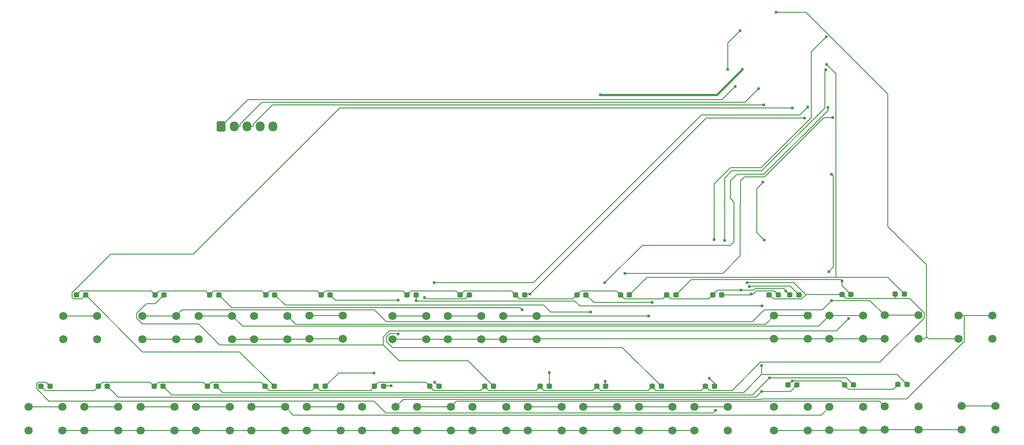
<source format=gtl>
G04 #@! TF.GenerationSoftware,KiCad,Pcbnew,8.0.8*
G04 #@! TF.CreationDate,2025-03-23T17:18:30+09:00*
G04 #@! TF.ProjectId,panelBoard,70616e65-6c42-46f6-9172-642e6b696361,rev?*
G04 #@! TF.SameCoordinates,Original*
G04 #@! TF.FileFunction,Copper,L1,Top*
G04 #@! TF.FilePolarity,Positive*
%FSLAX46Y46*%
G04 Gerber Fmt 4.6, Leading zero omitted, Abs format (unit mm)*
G04 Created by KiCad (PCBNEW 8.0.8) date 2025-03-23 17:18:30*
%MOMM*%
%LPD*%
G01*
G04 APERTURE LIST*
G04 Aperture macros list*
%AMRoundRect*
0 Rectangle with rounded corners*
0 $1 Rounding radius*
0 $2 $3 $4 $5 $6 $7 $8 $9 X,Y pos of 4 corners*
0 Add a 4 corners polygon primitive as box body*
4,1,4,$2,$3,$4,$5,$6,$7,$8,$9,$2,$3,0*
0 Add four circle primitives for the rounded corners*
1,1,$1+$1,$2,$3*
1,1,$1+$1,$4,$5*
1,1,$1+$1,$6,$7*
1,1,$1+$1,$8,$9*
0 Add four rect primitives between the rounded corners*
20,1,$1+$1,$2,$3,$4,$5,0*
20,1,$1+$1,$4,$5,$6,$7,0*
20,1,$1+$1,$6,$7,$8,$9,0*
20,1,$1+$1,$8,$9,$2,$3,0*%
G04 Aperture macros list end*
G04 #@! TA.AperFunction,ComponentPad*
%ADD10C,1.575000*%
G04 #@! TD*
G04 #@! TA.AperFunction,SMDPad,CuDef*
%ADD11RoundRect,0.237500X-0.287500X-0.237500X0.287500X-0.237500X0.287500X0.237500X-0.287500X0.237500X0*%
G04 #@! TD*
G04 #@! TA.AperFunction,ComponentPad*
%ADD12RoundRect,0.250000X-0.600000X-0.725000X0.600000X-0.725000X0.600000X0.725000X-0.600000X0.725000X0*%
G04 #@! TD*
G04 #@! TA.AperFunction,ComponentPad*
%ADD13O,1.700000X1.950000*%
G04 #@! TD*
G04 #@! TA.AperFunction,ViaPad*
%ADD14C,0.600000*%
G04 #@! TD*
G04 #@! TA.AperFunction,Conductor*
%ADD15C,0.400000*%
G04 #@! TD*
G04 #@! TA.AperFunction,Conductor*
%ADD16C,0.200000*%
G04 #@! TD*
G04 APERTURE END LIST*
D10*
X98960000Y-144659000D03*
X92460000Y-144659000D03*
X98960000Y-140159000D03*
X92460000Y-140159000D03*
D11*
X122053000Y-118533000D03*
X123803000Y-118533000D03*
D10*
X120259000Y-144659000D03*
X113759000Y-144659000D03*
X120259000Y-140159000D03*
X113759000Y-140159000D03*
X162956000Y-144659000D03*
X156456000Y-144659000D03*
X162956000Y-140159000D03*
X156456000Y-140159000D03*
D11*
X185172000Y-135932000D03*
X186922000Y-135932000D03*
D10*
X189003000Y-144659000D03*
X182503000Y-144659000D03*
X189003000Y-140159000D03*
X182503000Y-140159000D03*
D11*
X170680000Y-118533000D03*
X172430000Y-118533000D03*
D10*
X126126000Y-127097000D03*
X119626000Y-127097000D03*
X126126000Y-122597000D03*
X119626000Y-122597000D03*
X225163000Y-144496000D03*
X218663000Y-144496000D03*
X225163000Y-139996000D03*
X218663000Y-139996000D03*
D11*
X169309000Y-136186000D03*
X171059000Y-136186000D03*
X84588000Y-118533000D03*
X86338000Y-118533000D03*
X105543000Y-136186000D03*
X107293000Y-136186000D03*
D10*
X130927000Y-144659000D03*
X124427000Y-144659000D03*
X130927000Y-140159000D03*
X124427000Y-140159000D03*
D11*
X161818000Y-118533000D03*
X163568000Y-118533000D03*
D10*
X210341000Y-144532000D03*
X203841000Y-144532000D03*
X210341000Y-140032000D03*
X203841000Y-140032000D03*
D11*
X94289000Y-136186000D03*
X96039000Y-136186000D03*
D10*
X88788000Y-127097000D03*
X82288000Y-127097000D03*
X88788000Y-122597000D03*
X82288000Y-122597000D03*
D11*
X205864000Y-118406000D03*
X207614000Y-118406000D03*
X63252000Y-118533000D03*
X65002000Y-118533000D03*
D10*
X224528000Y-127042000D03*
X218028000Y-127042000D03*
X224528000Y-122542000D03*
X218028000Y-122542000D03*
X78120000Y-127097000D03*
X71620000Y-127097000D03*
X78120000Y-122597000D03*
X71620000Y-122597000D03*
D11*
X206395000Y-135805000D03*
X208145000Y-135805000D03*
D10*
X199684000Y-144623000D03*
X193184000Y-144623000D03*
X199684000Y-140123000D03*
X193184000Y-140123000D03*
D11*
X144518000Y-118533000D03*
X146268000Y-118533000D03*
X111775000Y-118533000D03*
X113525000Y-118533000D03*
D10*
X199671000Y-127006000D03*
X193171000Y-127006000D03*
X199671000Y-122506000D03*
X193171000Y-122506000D03*
X99456000Y-127042000D03*
X92956000Y-127042000D03*
X99456000Y-122542000D03*
X92956000Y-122542000D03*
D11*
X181588000Y-118533000D03*
X183338000Y-118533000D03*
D10*
X66981000Y-144659000D03*
X60481000Y-144659000D03*
X66981000Y-140159000D03*
X60481000Y-140159000D03*
X152263000Y-144659000D03*
X145763000Y-144659000D03*
X152263000Y-140159000D03*
X145763000Y-140159000D03*
D11*
X126741000Y-136186000D03*
X128491000Y-136186000D03*
X159047000Y-136186000D03*
X160797000Y-136186000D03*
D10*
X136794000Y-127097000D03*
X130294000Y-127097000D03*
X136794000Y-122597000D03*
X130294000Y-122597000D03*
X67302000Y-127097000D03*
X60802000Y-127097000D03*
X67302000Y-122597000D03*
X60802000Y-122597000D03*
D11*
X48130000Y-118533000D03*
X49880000Y-118533000D03*
X185553000Y-118533000D03*
X187303000Y-118533000D03*
D10*
X141595000Y-144659000D03*
X135095000Y-144659000D03*
X141595000Y-140159000D03*
X135095000Y-140159000D03*
X45366000Y-144659000D03*
X38866000Y-144659000D03*
X45366000Y-140159000D03*
X38866000Y-140159000D03*
D11*
X196094000Y-135932000D03*
X197844000Y-135932000D03*
X116209000Y-136186000D03*
X117959000Y-136186000D03*
X195573000Y-118442000D03*
X197323000Y-118442000D03*
X63072000Y-136186000D03*
X64822000Y-136186000D03*
D10*
X88292000Y-144659000D03*
X81792000Y-144659000D03*
X88292000Y-140159000D03*
X81792000Y-140159000D03*
D11*
X148331000Y-136186000D03*
X150081000Y-136186000D03*
D12*
X75971000Y-86021000D03*
D13*
X78471000Y-86021000D03*
X80971000Y-86021000D03*
X83471000Y-86021000D03*
X85971000Y-86021000D03*
D10*
X77647000Y-144659000D03*
X71147000Y-144659000D03*
X77647000Y-140159000D03*
X71147000Y-140159000D03*
X210304000Y-126970000D03*
X203804000Y-126970000D03*
X210304000Y-122470000D03*
X203804000Y-122470000D03*
D11*
X137432000Y-136186000D03*
X139182000Y-136186000D03*
D10*
X52062000Y-127097000D03*
X45562000Y-127097000D03*
X52062000Y-122597000D03*
X45562000Y-122597000D03*
X115481000Y-127097000D03*
X108981000Y-127097000D03*
X115481000Y-122597000D03*
X108981000Y-122597000D03*
D11*
X152914000Y-118533000D03*
X154664000Y-118533000D03*
D10*
X173622000Y-144659000D03*
X167122000Y-144659000D03*
X173622000Y-140159000D03*
X167122000Y-140159000D03*
D11*
X73306000Y-136186000D03*
X75056000Y-136186000D03*
D10*
X189003000Y-127042000D03*
X182503000Y-127042000D03*
X189003000Y-122542000D03*
X182503000Y-122542000D03*
D11*
X84473000Y-136186000D03*
X86223000Y-136186000D03*
X73793000Y-118533000D03*
X75543000Y-118533000D03*
D10*
X56161000Y-144659000D03*
X49661000Y-144659000D03*
X56161000Y-140159000D03*
X49661000Y-140159000D03*
D11*
X132721000Y-118533000D03*
X134471000Y-118533000D03*
X41293000Y-136186000D03*
X43043000Y-136186000D03*
X95256000Y-118533000D03*
X97006000Y-118533000D03*
D10*
X109616000Y-144659000D03*
X103116000Y-144659000D03*
X109616000Y-140159000D03*
X103116000Y-140159000D03*
D11*
X52328000Y-136186000D03*
X54078000Y-136186000D03*
D14*
X149000000Y-79932400D03*
X176415500Y-75013500D03*
X175031000Y-78312600D03*
X173609000Y-75058300D03*
X175962000Y-67562400D03*
X186047000Y-135152000D03*
X176170000Y-117583000D03*
X184759000Y-117739000D03*
X182920000Y-63997500D03*
X171257000Y-140808000D03*
X177700000Y-116966000D03*
X177299000Y-116168000D03*
X180070000Y-137182000D03*
X181622000Y-134541000D03*
X180109000Y-132156000D03*
X185998000Y-82488800D03*
X180205000Y-120666000D03*
X180594000Y-107950000D03*
X113602000Y-119621000D03*
X105453000Y-133577000D03*
X180340000Y-96774000D03*
X108711000Y-136071000D03*
X117015000Y-116180000D03*
X115207000Y-119060000D03*
X189032000Y-82292500D03*
X117150000Y-135376000D03*
X135509000Y-118399000D03*
X188374000Y-84434200D03*
X196857000Y-123136000D03*
X139182000Y-133547000D03*
X192862000Y-82405200D03*
X134005000Y-121418000D03*
X149911000Y-116206000D03*
X193800000Y-84371600D03*
X149942000Y-135177000D03*
X153749000Y-114344000D03*
X147154000Y-121831000D03*
X110058000Y-126095000D03*
X110085000Y-119513000D03*
X159066000Y-120016000D03*
X173000000Y-108000000D03*
X192453000Y-75111500D03*
X170028000Y-134618000D03*
X192626000Y-74087100D03*
X195621000Y-115815000D03*
X178102000Y-118330000D03*
X180551000Y-81873000D03*
X179491000Y-78747400D03*
X193600000Y-119629000D03*
X193040000Y-114046000D03*
X193600000Y-95254700D03*
X171000000Y-107904041D03*
X192570000Y-68737200D03*
X158359000Y-122597000D03*
D15*
X171496600Y-79932400D02*
X176415500Y-75013500D01*
X149000000Y-79932400D02*
X171496600Y-79932400D01*
D16*
X175031000Y-78312600D02*
X172480000Y-80863000D01*
X172480000Y-80863000D02*
X81129000Y-80863000D01*
X81129000Y-80863000D02*
X75971000Y-86021000D01*
X145763000Y-144659000D02*
X141595000Y-144659000D01*
X77647000Y-144659000D02*
X71147000Y-144659000D01*
X156456000Y-144659000D02*
X162956000Y-144659000D01*
X45366000Y-144659000D02*
X49661000Y-144659000D01*
X71147000Y-144659000D02*
X66981000Y-144659000D01*
X141595000Y-144659000D02*
X135095000Y-144659000D01*
X130927000Y-144659000D02*
X124427000Y-144659000D01*
X124427000Y-144659000D02*
X120259000Y-144659000D01*
X92460000Y-144659000D02*
X98960000Y-144659000D01*
X173609000Y-75058300D02*
X173609000Y-69915600D01*
X135095000Y-144659000D02*
X130927000Y-144659000D01*
X109616000Y-144659000D02*
X103116000Y-144659000D01*
X49661000Y-144659000D02*
X56161000Y-144659000D01*
X167122000Y-144659000D02*
X162956000Y-144659000D01*
X56161000Y-144659000D02*
X60481000Y-144659000D01*
X113759000Y-144659000D02*
X109616000Y-144659000D01*
X173609000Y-69915600D02*
X175962000Y-67562400D01*
X145763000Y-144659000D02*
X152263000Y-144659000D01*
X103116000Y-144659000D02*
X98960000Y-144659000D01*
X60481000Y-144659000D02*
X66981000Y-144659000D01*
X88292000Y-144659000D02*
X92460000Y-144659000D01*
X77647000Y-144659000D02*
X81792000Y-144659000D01*
X152263000Y-144659000D02*
X156456000Y-144659000D01*
X120259000Y-144659000D02*
X113759000Y-144659000D01*
X81792000Y-144659000D02*
X88292000Y-144659000D01*
X185172000Y-135932000D02*
X185952000Y-135152000D01*
X196094000Y-135932000D02*
X196872000Y-136710000D01*
X152914000Y-118533000D02*
X152136000Y-117755000D01*
X185952000Y-135152000D02*
X186047000Y-135152000D01*
X186047000Y-135152000D02*
X195314000Y-135152000D01*
X122832000Y-117754000D02*
X122053000Y-118533000D01*
X133499000Y-119311000D02*
X132721000Y-118533000D01*
X121275000Y-117755000D02*
X112553000Y-117755000D01*
X73793000Y-118533000D02*
X74570600Y-117755000D01*
X131942000Y-117754000D02*
X122832000Y-117754000D01*
X170680000Y-118533000D02*
X171630000Y-117583000D01*
X122053000Y-118533000D02*
X121275000Y-117755000D01*
X184307000Y-117287000D02*
X184759000Y-117739000D01*
X195314000Y-135152000D02*
X196094000Y-135932000D01*
X145296000Y-117755000D02*
X144518000Y-118533000D01*
X171630000Y-117583000D02*
X176170000Y-117583000D01*
X161818000Y-118533000D02*
X162598000Y-119313000D01*
X64029600Y-117755000D02*
X63252000Y-118533000D01*
X144518000Y-118533000D02*
X143740000Y-119311000D01*
X94478400Y-117755000D02*
X85365600Y-117755000D01*
X143740000Y-119311000D02*
X133499000Y-119311000D01*
X205490000Y-136710000D02*
X206395000Y-135805000D01*
X73015400Y-117755000D02*
X64029600Y-117755000D01*
X176170000Y-117583000D02*
X178613000Y-117583000D01*
X48130000Y-118533000D02*
X48907600Y-117755000D01*
X111775000Y-118533000D02*
X110997000Y-117755000D01*
X74570600Y-117755000D02*
X83810400Y-117755000D01*
X95256000Y-118533000D02*
X94478400Y-117755000D01*
X169900000Y-119313000D02*
X170680000Y-118533000D01*
X73793000Y-118533000D02*
X73015400Y-117755000D01*
X196872000Y-136710000D02*
X205490000Y-136710000D01*
X96033600Y-117755000D02*
X95256000Y-118533000D01*
X153692000Y-119311000D02*
X152914000Y-118533000D01*
X184759000Y-117739000D02*
X185553000Y-118533000D01*
X162598000Y-119313000D02*
X169900000Y-119313000D01*
X152136000Y-117755000D02*
X145296000Y-117755000D01*
X83810400Y-117755000D02*
X84588000Y-118533000D01*
X132721000Y-118533000D02*
X131942000Y-117754000D01*
X161040000Y-119311000D02*
X153692000Y-119311000D01*
X48907600Y-117755000D02*
X62474400Y-117755000D01*
X110997000Y-117755000D02*
X96033600Y-117755000D01*
X161818000Y-118533000D02*
X161040000Y-119311000D01*
X112553000Y-117755000D02*
X111775000Y-118533000D01*
X85365600Y-117755000D02*
X84588000Y-118533000D01*
X62474400Y-117755000D02*
X63252000Y-118533000D01*
X178613000Y-117583000D02*
X178909000Y-117287000D01*
X178909000Y-117287000D02*
X184307000Y-117287000D01*
X211492000Y-126970000D02*
X210304000Y-126970000D01*
X188681000Y-63997500D02*
X182920000Y-63997500D01*
X193148000Y-144659000D02*
X193184000Y-144623000D01*
X115481000Y-127097000D02*
X119626000Y-127097000D01*
X136794000Y-127097000D02*
X130294000Y-127097000D01*
X189003000Y-127042000D02*
X182503000Y-127042000D01*
X119626000Y-127097000D02*
X126126000Y-127097000D01*
X193171000Y-127006000D02*
X189039000Y-127006000D01*
X211845000Y-126618000D02*
X211492000Y-126970000D01*
X108981000Y-127097000D02*
X115481000Y-127097000D01*
X203804000Y-126970000D02*
X199707000Y-126970000D01*
X182503000Y-144659000D02*
X189003000Y-144659000D01*
X204448000Y-105300000D02*
X204448000Y-79765000D01*
X211845000Y-126618000D02*
X212269000Y-127042000D01*
X136849000Y-127042000D02*
X136794000Y-127097000D01*
X189039000Y-127006000D02*
X189003000Y-127042000D01*
X212269000Y-127042000D02*
X218028000Y-127042000D01*
X203841000Y-144532000D02*
X210341000Y-144532000D01*
X203750000Y-144623000D02*
X203841000Y-144532000D01*
X199671000Y-127006000D02*
X193171000Y-127006000D01*
X193184000Y-144623000D02*
X199684000Y-144623000D01*
X218627000Y-144532000D02*
X218663000Y-144496000D01*
X204448000Y-79765000D02*
X188681000Y-63997500D01*
X210341000Y-144532000D02*
X218627000Y-144532000D01*
X211845000Y-112696000D02*
X204448000Y-105300000D01*
X199684000Y-144623000D02*
X203750000Y-144623000D01*
X211845000Y-126618000D02*
X211845000Y-112696000D01*
X126126000Y-127097000D02*
X130294000Y-127097000D01*
X189003000Y-144659000D02*
X193148000Y-144659000D01*
X182503000Y-127042000D02*
X136849000Y-127042000D01*
X199707000Y-126970000D02*
X199671000Y-127006000D01*
X82288000Y-127097000D02*
X88788000Y-127097000D01*
X71620000Y-127097000D02*
X67302000Y-127097000D01*
X60802000Y-127097000D02*
X67302000Y-127097000D01*
X88788000Y-127097000D02*
X92901000Y-127097000D01*
X78120000Y-127097000D02*
X82288000Y-127097000D01*
X92956000Y-127042000D02*
X99456000Y-127042000D01*
X92901000Y-127097000D02*
X92956000Y-127042000D01*
X42798200Y-139002000D02*
X40463800Y-136668000D01*
X40463800Y-136668000D02*
X40463800Y-135671000D01*
X185612000Y-116842000D02*
X177825000Y-116842000D01*
X40748400Y-135386000D02*
X42243000Y-135386000D01*
X42243000Y-135386000D02*
X43043000Y-136186000D01*
X177825000Y-116842000D02*
X177700000Y-116966000D01*
X107677000Y-141276000D02*
X105403000Y-139002000D01*
X40463800Y-135671000D02*
X40748400Y-135386000D01*
X105403000Y-139002000D02*
X42798200Y-139002000D01*
X171257000Y-140808000D02*
X170788000Y-141276000D01*
X187303000Y-118533000D02*
X185612000Y-116842000D01*
X170788000Y-141276000D02*
X107677000Y-141276000D01*
X205864000Y-119220000D02*
X196351000Y-119220000D01*
X211393000Y-122980000D02*
X202861000Y-131512000D01*
X73306000Y-136186000D02*
X72528400Y-135408000D01*
X93511400Y-136964000D02*
X85250600Y-136964000D01*
X83695400Y-135408000D02*
X84473000Y-136186000D01*
X104756000Y-136973000D02*
X95076000Y-136973000D01*
X186293000Y-116168000D02*
X177299000Y-116168000D01*
X116209000Y-136186000D02*
X115431000Y-135408000D01*
X74083600Y-135408000D02*
X83695400Y-135408000D01*
X182378000Y-119323000D02*
X181588000Y-118533000D01*
X52328000Y-136186000D02*
X51549600Y-136964000D01*
X196351000Y-119220000D02*
X195573000Y-118442000D01*
X125963000Y-136964000D02*
X116987000Y-136964000D01*
X95076000Y-136973000D02*
X94289000Y-136186000D01*
X106321000Y-135408000D02*
X105543000Y-136186000D01*
X63849600Y-135408000D02*
X63072000Y-136186000D01*
X170098000Y-136975000D02*
X169309000Y-136186000D01*
X168531000Y-136964000D02*
X169309000Y-136186000D01*
X187841000Y-119323000D02*
X182378000Y-119323000D01*
X159047000Y-136186000D02*
X159825000Y-136964000D01*
X85250600Y-136964000D02*
X84473000Y-136186000D01*
X137432000Y-136186000D02*
X136649000Y-136969000D01*
X179860000Y-131512000D02*
X174397000Y-136975000D01*
X195573000Y-118442000D02*
X188722000Y-118442000D01*
X205864000Y-119220000D02*
X208634000Y-119220000D01*
X149109000Y-136964000D02*
X158269000Y-136964000D01*
X188644000Y-118520000D02*
X187841000Y-119323000D01*
X73306000Y-136186000D02*
X74083600Y-135408000D01*
X72528400Y-135408000D02*
X63849600Y-135408000D01*
X148331000Y-136186000D02*
X147553000Y-136964000D01*
X211393000Y-121978000D02*
X211393000Y-122980000D01*
X127524000Y-136969000D02*
X126741000Y-136186000D01*
X116987000Y-136964000D02*
X116209000Y-136186000D01*
X126741000Y-136186000D02*
X125963000Y-136964000D01*
X94289000Y-136186000D02*
X93511400Y-136964000D01*
X105543000Y-136186000D02*
X104756000Y-136973000D01*
X147553000Y-136964000D02*
X138210000Y-136964000D01*
X208634000Y-119220000D02*
X211393000Y-121978000D01*
X63072000Y-136186000D02*
X62272100Y-135386000D01*
X53127900Y-135386000D02*
X52328000Y-136186000D01*
X51549600Y-136964000D02*
X42071400Y-136964000D01*
X159825000Y-136964000D02*
X168531000Y-136964000D01*
X158269000Y-136964000D02*
X159047000Y-136186000D01*
X115431000Y-135408000D02*
X106321000Y-135408000D01*
X62272100Y-135386000D02*
X53127900Y-135386000D01*
X205864000Y-118406000D02*
X205864000Y-119220000D01*
X136649000Y-136969000D02*
X127524000Y-136969000D01*
X188644000Y-118520000D02*
X186293000Y-116168000D01*
X174397000Y-136975000D02*
X170098000Y-136975000D01*
X188722000Y-118442000D02*
X188644000Y-118520000D01*
X202861000Y-131512000D02*
X179860000Y-131512000D01*
X42071400Y-136964000D02*
X41293000Y-136186000D01*
X138210000Y-136964000D02*
X137432000Y-136186000D01*
X148331000Y-136186000D02*
X149109000Y-136964000D01*
X54078000Y-136186000D02*
X56119700Y-138228000D01*
X56119700Y-138228000D02*
X179024000Y-138228000D01*
X185672000Y-137182000D02*
X180070000Y-137182000D01*
X186922000Y-135932000D02*
X185672000Y-137182000D01*
X179024000Y-138228000D02*
X180070000Y-137182000D01*
X66448900Y-137813000D02*
X178350000Y-137813000D01*
X196453000Y-134541000D02*
X181622000Y-134541000D01*
X197844000Y-135932000D02*
X196453000Y-134541000D01*
X64822000Y-136186000D02*
X66448900Y-137813000D01*
X178350000Y-137813000D02*
X181622000Y-134541000D01*
X76268200Y-137398000D02*
X75056000Y-136186000D01*
X206226000Y-133886000D02*
X180109000Y-133886000D01*
X180109000Y-133886000D02*
X176597000Y-137398000D01*
X176597000Y-137398000D02*
X76268200Y-137398000D01*
X180109000Y-133886000D02*
X180109000Y-132156000D01*
X208145000Y-135805000D02*
X206226000Y-133886000D01*
X47294100Y-118072000D02*
X47294100Y-119035000D01*
X79537600Y-129501000D02*
X60847600Y-129501000D01*
X60847600Y-129501000D02*
X49880000Y-118533000D01*
X47569400Y-119311000D02*
X49102400Y-119311000D01*
X185998000Y-82488800D02*
X98841700Y-82488800D01*
X54696800Y-110670000D02*
X47294100Y-118072000D01*
X47294100Y-119035000D02*
X47569400Y-119311000D01*
X98841700Y-82488800D02*
X70660800Y-110670000D01*
X70660800Y-110670000D02*
X54696800Y-110670000D01*
X49102400Y-119311000D02*
X49880000Y-118533000D01*
X86223000Y-136186000D02*
X79537600Y-129501000D01*
X145104000Y-120666000D02*
X180205000Y-120666000D01*
X113602000Y-119621000D02*
X113525000Y-119544000D01*
X179197000Y-106553000D02*
X179197000Y-98044000D01*
X180340000Y-96901000D02*
X180340000Y-96774000D01*
X96039000Y-136186000D02*
X98648200Y-133577000D01*
X113525000Y-119544000D02*
X113525000Y-118533000D01*
X180594000Y-107950000D02*
X179197000Y-106553000D01*
X98648200Y-133577000D02*
X105453000Y-133577000D01*
X113602000Y-119621000D02*
X113694000Y-119713000D01*
X179197000Y-98044000D02*
X180340000Y-96901000D01*
X113694000Y-119713000D02*
X144151000Y-119713000D01*
X144151000Y-119713000D02*
X145104000Y-120666000D01*
X123025000Y-119311000D02*
X115458000Y-119311000D01*
X107408000Y-136071000D02*
X107293000Y-136186000D01*
X115458000Y-119311000D02*
X115207000Y-119060000D01*
X117015000Y-116180000D02*
X136168000Y-116180000D01*
X108711000Y-136071000D02*
X107408000Y-136071000D01*
X168514000Y-83834000D02*
X187491000Y-83834000D01*
X136168000Y-116180000D02*
X168514000Y-83834000D01*
X123803000Y-118533000D02*
X123025000Y-119311000D01*
X187491000Y-83834000D02*
X189032000Y-82292500D01*
X117959000Y-136186000D02*
X117150000Y-135376000D01*
X134605000Y-118399000D02*
X135509000Y-118399000D01*
X135509000Y-118399000D02*
X169473000Y-84434200D01*
X169473000Y-84434200D02*
X188374000Y-84434200D01*
X134471000Y-118533000D02*
X134605000Y-118399000D01*
X107243000Y-126657000D02*
X107243000Y-128215000D01*
X75700200Y-128215000D02*
X71627000Y-124142000D01*
X123566000Y-131261000D02*
X128491000Y-136186000D01*
X108407000Y-125493000D02*
X107243000Y-126657000D01*
X60790500Y-124142000D02*
X59677800Y-123029000D01*
X107243000Y-128215000D02*
X110289000Y-131261000D01*
X61537000Y-120258000D02*
X63276900Y-120258000D01*
X59677800Y-122117000D02*
X61537000Y-120258000D01*
X71627000Y-124142000D02*
X60790500Y-124142000D01*
X194500000Y-125493000D02*
X108407000Y-125493000D01*
X196857000Y-123136000D02*
X194500000Y-125493000D01*
X110289000Y-131261000D02*
X123566000Y-131261000D01*
X63276900Y-120258000D02*
X65002000Y-118533000D01*
X107243000Y-128215000D02*
X75700200Y-128215000D01*
X59677800Y-123029000D02*
X59677800Y-122117000D01*
X157177000Y-108940000D02*
X149911000Y-116206000D01*
X192862000Y-82405200D02*
X192862000Y-82935040D01*
X139182000Y-136186000D02*
X139182000Y-133547000D01*
X180547040Y-95250000D02*
X175387000Y-95250000D01*
X75543000Y-118533000D02*
X77990900Y-120981000D01*
X77990900Y-120981000D02*
X133568000Y-120981000D01*
X174752000Y-108248000D02*
X174060000Y-108940000D01*
X174060000Y-108940000D02*
X157177000Y-108940000D01*
X174117000Y-99914040D02*
X174752000Y-100549040D01*
X174752000Y-100549040D02*
X174752000Y-108248000D01*
X175387000Y-95250000D02*
X174117000Y-96520000D01*
X133568000Y-120981000D02*
X134005000Y-121418000D01*
X192862000Y-82935040D02*
X180547040Y-95250000D01*
X174117000Y-96520000D02*
X174117000Y-99914040D01*
X147154000Y-121831000D02*
X139472000Y-121831000D01*
X176000000Y-101042861D02*
X176000000Y-111000000D01*
X193800000Y-84371600D02*
X192107400Y-84371600D01*
X176022000Y-96520000D02*
X176022000Y-101020861D01*
X172656000Y-114344000D02*
X153749000Y-114344000D01*
X180721000Y-95758000D02*
X176784000Y-95758000D01*
X176784000Y-95758000D02*
X176022000Y-96520000D01*
X138137000Y-120496000D02*
X88301000Y-120496000D01*
X88301000Y-120496000D02*
X86338000Y-118533000D01*
X150081000Y-136186000D02*
X149942000Y-136047000D01*
X192107400Y-84371600D02*
X180721000Y-95758000D01*
X139472000Y-121831000D02*
X138137000Y-120496000D01*
X176000000Y-111000000D02*
X172656000Y-114344000D01*
X176022000Y-101020861D02*
X176000000Y-101042861D01*
X149942000Y-136047000D02*
X149942000Y-135177000D01*
X97986200Y-119513000D02*
X110085000Y-119513000D01*
X97006000Y-118533000D02*
X97986200Y-119513000D01*
X108540000Y-125964000D02*
X109926000Y-125964000D01*
X153293000Y-128682000D02*
X108972000Y-128682000D01*
X109926000Y-125964000D02*
X110058000Y-126095000D01*
X107831000Y-127541000D02*
X107831000Y-126673000D01*
X107831000Y-126673000D02*
X108540000Y-125964000D01*
X160797000Y-136186000D02*
X153293000Y-128682000D01*
X108972000Y-128682000D02*
X107831000Y-127541000D01*
X192260000Y-75304300D02*
X192260000Y-82462100D01*
X174385000Y-94615000D02*
X173000000Y-96000000D01*
X173000000Y-96000000D02*
X173000000Y-108000000D01*
X159066000Y-120016000D02*
X147751000Y-120016000D01*
X192453000Y-75111500D02*
X192260000Y-75304300D01*
X171059000Y-136186000D02*
X171059000Y-135648000D01*
X192260000Y-82462100D02*
X180107100Y-94615000D01*
X147751000Y-120016000D02*
X146268000Y-118533000D01*
X180107100Y-94615000D02*
X174385000Y-94615000D01*
X171059000Y-135648000D02*
X170028000Y-134618000D01*
X194430000Y-75891100D02*
X192626000Y-74087100D01*
X194430000Y-115161000D02*
X194430000Y-75891100D01*
X158036000Y-115161000D02*
X154664000Y-118533000D01*
X194430000Y-115161000D02*
X158036000Y-115161000D01*
X207614000Y-118406000D02*
X204369000Y-115161000D01*
X204369000Y-115161000D02*
X194430000Y-115161000D01*
X195621000Y-115815000D02*
X195621000Y-116740000D01*
X163568000Y-118533000D02*
X166537000Y-115564000D01*
X195370000Y-115564000D02*
X195621000Y-115815000D01*
X166537000Y-115564000D02*
X195370000Y-115564000D01*
X195621000Y-116740000D02*
X197323000Y-118442000D01*
X177899000Y-118533000D02*
X178102000Y-118330000D01*
X182560000Y-117755000D02*
X179067000Y-117755000D01*
X172430000Y-118533000D02*
X177899000Y-118533000D01*
X178492000Y-118330000D02*
X178102000Y-118330000D01*
X179067000Y-117755000D02*
X178492000Y-118330000D01*
X183338000Y-118533000D02*
X182560000Y-117755000D01*
X85838800Y-81873000D02*
X180551000Y-81873000D01*
X82122700Y-85589100D02*
X85838800Y-81873000D01*
X80971000Y-86021000D02*
X82122700Y-86021000D01*
X82122700Y-86021000D02*
X82122700Y-85589100D01*
X83843300Y-81368500D02*
X176870000Y-81368500D01*
X79622700Y-85589100D02*
X83843300Y-81368500D01*
X176870000Y-81368500D02*
X179491000Y-78747400D01*
X78471000Y-86021000D02*
X79622700Y-86021000D01*
X79622700Y-86021000D02*
X79622700Y-85589100D01*
X60802000Y-122597000D02*
X67302000Y-122597000D01*
X38866000Y-140159000D02*
X45366000Y-140159000D01*
X191811000Y-121418000D02*
X180635000Y-121418000D01*
X107798000Y-123740000D02*
X105494000Y-121436000D01*
X105494000Y-121436000D02*
X68463000Y-121436000D01*
X178313000Y-123740000D02*
X107798000Y-123740000D01*
X193679700Y-95254700D02*
X193929000Y-95504000D01*
X193929000Y-113157000D02*
X193040000Y-114046000D01*
X210304000Y-122470000D02*
X203804000Y-122470000D01*
X200963000Y-119629000D02*
X193600000Y-119629000D01*
X193600000Y-119629000D02*
X191811000Y-121418000D01*
X180635000Y-121418000D02*
X178313000Y-123740000D01*
X68463000Y-121436000D02*
X67302000Y-122597000D01*
X203804000Y-122470000D02*
X200963000Y-119629000D01*
X193929000Y-95504000D02*
X193929000Y-113157000D01*
X193600000Y-95254700D02*
X193679700Y-95254700D01*
X49661000Y-140159000D02*
X56161000Y-140159000D01*
X71620000Y-122597000D02*
X78120000Y-122597000D01*
X191094000Y-124582000D02*
X193171000Y-122506000D01*
X78120000Y-122597000D02*
X80105500Y-124582000D01*
X80105500Y-124582000D02*
X191094000Y-124582000D01*
X193171000Y-122506000D02*
X199671000Y-122506000D01*
X189003000Y-122542000D02*
X182503000Y-122542000D01*
X180879000Y-124166000D02*
X90357400Y-124166000D01*
X182503000Y-122542000D02*
X180879000Y-124166000D01*
X60481000Y-140159000D02*
X66981000Y-140159000D01*
X90357400Y-124166000D02*
X88788000Y-122597000D01*
X77647000Y-140159000D02*
X71147000Y-140159000D01*
X92956000Y-122542000D02*
X99456000Y-122542000D01*
X89838900Y-141706000D02*
X191601000Y-141706000D01*
X88292000Y-140159000D02*
X89838900Y-141706000D01*
X81792000Y-140159000D02*
X88292000Y-140159000D01*
X191601000Y-141706000D02*
X193184000Y-140123000D01*
X92460000Y-140159000D02*
X98960000Y-140159000D01*
X218663000Y-139996000D02*
X225163000Y-139996000D01*
X218028000Y-122542000D02*
X219135000Y-122542000D01*
X180125000Y-138626000D02*
X208028000Y-138626000D01*
X109616000Y-140159000D02*
X111123000Y-138652000D01*
X219135000Y-122542000D02*
X224528000Y-122542000D01*
X111123000Y-138652000D02*
X180099000Y-138652000D01*
X208028000Y-138626000D02*
X219135000Y-127518000D01*
X180099000Y-138652000D02*
X180125000Y-138626000D01*
X219135000Y-127518000D02*
X219135000Y-122542000D01*
X120259000Y-140159000D02*
X121363000Y-139055000D01*
X182450000Y-139055000D02*
X182472000Y-139032000D01*
X202841000Y-139032000D02*
X203841000Y-140032000D01*
X113759000Y-140159000D02*
X120259000Y-140159000D01*
X121363000Y-139055000D02*
X182450000Y-139055000D01*
X182472000Y-139032000D02*
X202841000Y-139032000D01*
X45562000Y-122597000D02*
X52062000Y-122597000D01*
X171000000Y-97097000D02*
X171000000Y-107904041D01*
X192570000Y-68737200D02*
X189684000Y-71623100D01*
X180000000Y-94000000D02*
X174097000Y-94000000D01*
X189684000Y-84316000D02*
X180000000Y-94000000D01*
X189684000Y-71623100D02*
X189684000Y-84316000D01*
X174097000Y-94000000D02*
X171000000Y-97097000D01*
X135095000Y-140159000D02*
X141595000Y-140159000D01*
X108981000Y-122597000D02*
X115481000Y-122597000D01*
X152263000Y-140159000D02*
X145763000Y-140159000D01*
X119626000Y-122597000D02*
X126126000Y-122597000D01*
X156456000Y-140159000D02*
X162956000Y-140159000D01*
X130294000Y-122597000D02*
X136794000Y-122597000D01*
X173622000Y-140159000D02*
X167122000Y-140159000D01*
X136794000Y-122597000D02*
X158359000Y-122597000D01*
M02*

</source>
